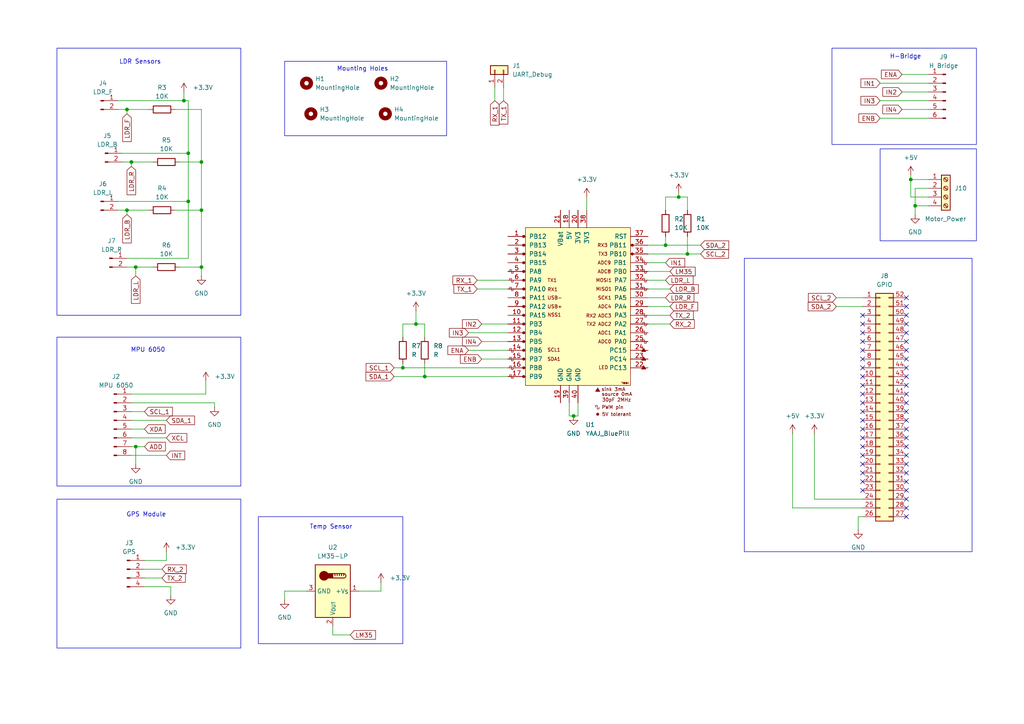
<source format=kicad_sch>
(kicad_sch (version 20231120) (generator "eeschema") (generator_version "8.0")
  (paper "A4")
  (lib_symbols
    (symbol "Connector:Conn_01x02_Pin" (pin_names (offset 1.016) hide)
      (property "Reference" "J" (at 0 2.54 0))
      (property "Value" "Conn_01x02_Pin" (at 0 -5.08 0))
      (symbol "Conn_01x02_Pin_1_1"
        (pin passive line (at 5.08 0 180) (length 3.81) (name "Pin_1") (number "1"))
        (pin passive line (at 5.08 -2.54 180) (length 3.81) (name "Pin_2") (number "2"))
      )
    )
    (symbol "Connector:Conn_01x04_Pin" (pin_names (offset 1.016) hide)
      (property "Reference" "J" (at 0 5.08 0))
      (property "Value" "Conn_01x04_Pin" (at 0 -7.62 0))
      (symbol "Conn_01x04_Pin_1_1"
        (pin passive line (at 5.08 2.54 180) (length 3.81) (name "Pin_1") (number "1"))
        (pin passive line (at 5.08 0 180) (length 3.81) (name "Pin_2") (number "2"))
        (pin passive line (at 5.08 -2.54 180) (length 3.81) (name "Pin_3") (number "3"))
        (pin passive line (at 5.08 -5.08 180) (length 3.81) (name "Pin_4") (number "4"))
      )
    )
    (symbol "Connector:Conn_01x06_Pin" (pin_names (offset 1.016) hide)
      (property "Reference" "J" (at 0 7.62 0))
      (property "Value" "Conn_01x06_Pin" (at 0 -10.16 0))
      (symbol "Conn_01x06_Pin_1_1"
        (pin passive line (at 5.08 5.08 180) (length 3.81) (name "Pin_1") (number "1"))
        (pin passive line (at 5.08 2.54 180) (length 3.81) (name "Pin_2") (number "2"))
        (pin passive line (at 5.08 0 180) (length 3.81) (name "Pin_3") (number "3"))
        (pin passive line (at 5.08 -2.54 180) (length 3.81) (name "Pin_4") (number "4"))
        (pin passive line (at 5.08 -5.08 180) (length 3.81) (name "Pin_5") (number "5"))
        (pin passive line (at 5.08 -7.62 180) (length 3.81) (name "Pin_6") (number "6"))
      )
    )
    (symbol "Connector:Conn_01x08_Pin" (pin_names (offset 1.016) hide)
      (property "Reference" "J" (at 0 10.16 0))
      (property "Value" "Conn_01x08_Pin" (at 0 -12.7 0))
      (symbol "Conn_01x08_Pin_1_1"
        (pin passive line (at 5.08 7.62 180) (length 3.81) (name "Pin_1") (number "1"))
        (pin passive line (at 5.08 5.08 180) (length 3.81) (name "Pin_2") (number "2"))
        (pin passive line (at 5.08 2.54 180) (length 3.81) (name "Pin_3") (number "3"))
        (pin passive line (at 5.08 0 180) (length 3.81) (name "Pin_4") (number "4"))
        (pin passive line (at 5.08 -2.54 180) (length 3.81) (name "Pin_5") (number "5"))
        (pin passive line (at 5.08 -5.08 180) (length 3.81) (name "Pin_6") (number "6"))
        (pin passive line (at 5.08 -7.62 180) (length 3.81) (name "Pin_7") (number "7"))
        (pin passive line (at 5.08 -10.16 180) (length 3.81) (name "Pin_8") (number "8"))
      )
    )
    (symbol "Connector:Screw_Terminal_01x04" (pin_names (offset 1.016) hide)
      (property "Reference" "J" (at 0 5.08 0))
      (property "Value" "Screw_Terminal_01x04" (at 0 -7.62 0))
      (symbol "Screw_Terminal_01x04_1_1"
        (pin passive line (at -5.08 2.54 0) (length 3.81) (name "Pin_1") (number "1"))
        (pin passive line (at -5.08 0 0) (length 3.81) (name "Pin_2") (number "2"))
        (pin passive line (at -5.08 -2.54 0) (length 3.81) (name "Pin_3") (number "3"))
        (pin passive line (at -5.08 -5.08 0) (length 3.81) (name "Pin_4") (number "4"))
      )
    )
    (symbol "Connector_Generic:Conn_01x02" (pin_names (offset 1.016) hide)
      (property "Reference" "J" (at 0 2.54 0))
      (property "Value" "Conn_01x02" (at 0 -5.08 0))
      (symbol "Conn_01x02_1_1"
        (pin passive line (at -5.08 0 0) (length 3.81) (name "Pin_1") (number "1"))
        (pin passive line (at -5.08 -2.54 0) (length 3.81) (name "Pin_2") (number "2"))
      )
    )
    (symbol "Connector_Generic:Conn_02x26_Counter_Clockwise" (pin_names (offset 1.016) hide)
      (property "Reference" "J" (at 1.27 33.02 0))
      (property "Value" "Conn_02x26_Counter_Clockwise" (at 1.27 -35.56 0))
      (symbol "Conn_02x26_Counter_Clockwise_1_1"
        (pin passive line (at -5.08 30.48 0) (length 3.81) (name "Pin_1") (number "1"))
        (pin passive line (at -5.08 7.62 0) (length 3.81) (name "Pin_10") (number "10"))
        (pin passive line (at -5.08 5.08 0) (length 3.81) (name "Pin_11") (number "11"))
        (pin passive line (at -5.08 2.54 0) (length 3.81) (name "Pin_12") (number "12"))
        (pin passive line (at -5.08 0 0) (length 3.81) (name "Pin_13") (number "13"))
        (pin passive line (at -5.08 -2.54 0) (length 3.81) (name "Pin_14") (number "14"))
        (pin passive line (at -5.08 -5.08 0) (length 3.81) (name "Pin_15") (number "15"))
        (pin passive line (at -5.08 -7.62 0) (length 3.81) (name "Pin_16") (number "16"))
        (pin passive line (at -5.08 -10.16 0) (length 3.81) (name "Pin_17") (number "17"))
        (pin passive line (at -5.08 -12.7 0) (length 3.81) (name "Pin_18") (number "18"))
        (pin passive line (at -5.08 -15.24 0) (length 3.81) (name "Pin_19") (number "19"))
        (pin passive line (at -5.08 27.94 0) (length 3.81) (name "Pin_2") (number "2"))
        (pin passive line (at -5.08 -17.78 0) (length 3.81) (name "Pin_20") (number "20"))
        (pin passive line (at -5.08 -20.32 0) (length 3.81) (name "Pin_21") (number "21"))
        (pin passive line (at -5.08 -22.86 0) (length 3.81) (name "Pin_22") (number "22"))
        (pin passive line (at -5.08 -25.4 0) (length 3.81) (name "Pin_23") (number "23"))
        (pin passive line (at -5.08 -27.94 0) (length 3.81) (name "Pin_24") (number "24"))
        (pin passive line (at -5.08 -30.48 0) (length 3.81) (name "Pin_25") (number "25"))
        (pin passive line (at -5.08 -33.02 0) (length 3.81) (name "Pin_26") (number "26"))
        (pin passive line (at 7.62 -33.02 180) (length 3.81) (name "Pin_27") (number "27"))
        (pin passive line (at 7.62 -30.48 180) (length 3.81) (name "Pin_28") (number "28"))
        (pin passive line (at 7.62 -27.94 180) (length 3.81) (name "Pin_29") (number "29"))
        (pin passive line (at -5.08 25.4 0) (length 3.81) (name "Pin_3") (number "3"))
        (pin passive line (at 7.62 -25.4 180) (length 3.81) (name "Pin_30") (number "30"))
        (pin passive line (at 7.62 -22.86 180) (length 3.81) (name "Pin_31") (number "31"))
        (pin passive line (at 7.62 -20.32 180) (length 3.81) (name "Pin_32") (number "32"))
        (pin passive line (at 7.62 -17.78 180) (length 3.81) (name "Pin_33") (number "33"))
        (pin passive line (at 7.62 -15.24 180) (length 3.81) (name "Pin_34") (number "34"))
        (pin passive line (at 7.62 -12.7 180) (length 3.81) (name "Pin_35") (number "35"))
        (pin passive line (at 7.62 -10.16 180) (length 3.81) (name "Pin_36") (number "36"))
        (pin passive line (at 7.62 -7.62 180) (length 3.81) (name "Pin_37") (number "37"))
        (pin passive line (at 7.62 -5.08 180) (length 3.81) (name "Pin_38") (number "38"))
        (pin passive line (at 7.62 -2.54 180) (length 3.81) (name "Pin_39") (number "39"))
        (pin passive line (at -5.08 22.86 0) (length 3.81) (name "Pin_4") (number "4"))
        (pin passive line (at 7.62 0 180) (length 3.81) (name "Pin_40") (number "40"))
        (pin passive line (at 7.62 2.54 180) (length 3.81) (name "Pin_41") (number "41"))
        (pin passive line (at 7.62 5.08 180) (length 3.81) (name "Pin_42") (number "42"))
        (pin passive line (at 7.62 7.62 180) (length 3.81) (name "Pin_43") (number "43"))
        (pin passive line (at 7.62 10.16 180) (length 3.81) (name "Pin_44") (number "44"))
        (pin passive line (at 7.62 12.7 180) (length 3.81) (name "Pin_45") (number "45"))
        (pin passive line (at 7.62 15.24 180) (length 3.81) (name "Pin_46") (number "46"))
        (pin passive line (at 7.62 17.78 180) (length 3.81) (name "Pin_47") (number "47"))
        (pin passive line (at 7.62 20.32 180) (length 3.81) (name "Pin_48") (number "48"))
        (pin passive line (at 7.62 22.86 180) (length 3.81) (name "Pin_49") (number "49"))
        (pin passive line (at -5.08 20.32 0) (length 3.81) (name "Pin_5") (number "5"))
        (pin passive line (at 7.62 25.4 180) (length 3.81) (name "Pin_50") (number "50"))
        (pin passive line (at 7.62 27.94 180) (length 3.81) (name "Pin_51") (number "51"))
        (pin passive line (at 7.62 30.48 180) (length 3.81) (name "Pin_52") (number "52"))
        (pin passive line (at -5.08 17.78 0) (length 3.81) (name "Pin_6") (number "6"))
        (pin passive line (at -5.08 15.24 0) (length 3.81) (name "Pin_7") (number "7"))
        (pin passive line (at -5.08 12.7 0) (length 3.81) (name "Pin_8") (number "8"))
        (pin passive line (at -5.08 10.16 0) (length 3.81) (name "Pin_9") (number "9"))
      )
    )
    (symbol "Device:R" (pin_numbers hide) (pin_names (offset 0))
      (property "Reference" "R" (at 2.032 0 90))
      (property "Value" "R" (at 0 0 90))
      (symbol "R_1_1"
        (pin passive line (at 0 3.81 270) (length 1.27) (name "~") (number "1"))
        (pin passive line (at 0 -3.81 90) (length 1.27) (name "~") (number "2"))
      )
    )
    (symbol "Mechanical:MountingHole" (pin_names (offset 1.016)) (exclude_from_sim yes) (in_bom no)
      (property "Reference" "H" (at 0 5.08 0))
      (property "Value" "MountingHole" (at 0 3.175 0))
    )
    (symbol "New_Library:YAAJ_BluePill" (pin_names (offset 1.016))
      (property "Reference" "U" (at -13.97 24.13 0))
      (property "Value" "YAAJ_BluePill" (at 0 6.35 90))
      (symbol "YAAJ_BluePill_0_0"
        (text "30pF 2MHz" (at 11.176 -27.051 0) (effects (font (size 0.9906 0.9906))))
        (text "5V tolerant" (at 11.176 -31.242 0) (effects (font (size 0.9906 0.9906))))
        (text "ADC0" (at 7.747 -10.16 0) (effects (font (size 0.9906 0.9906))))
        (text "ADC1" (at 7.747 -7.62 0) (effects (font (size 0.9906 0.9906))))
        (text "ADC2" (at 7.747 -5.08 0) (effects (font (size 0.9906 0.9906))))
        (text "ADC3" (at 7.747 -2.667 0) (effects (font (size 0.9906 0.9906))))
        (text "ADC4" (at 7.747 0 0) (effects (font (size 0.9906 0.9906))))
        (text "ADC8" (at 7.62 10.16 0) (effects (font (size 0.9906 0.9906))))
        (text "ADC9" (at 7.62 12.7 0) (effects (font (size 0.9906 0.9906))))
        (text "LED" (at 7.366 -17.653 0) (effects (font (size 0.9906 0.9906))))
        (text "MISO1" (at 7.493 5.08 0) (effects (font (size 0.9906 0.9906))))
        (text "MOSI1" (at 7.493 7.62 0) (effects (font (size 0.9906 0.9906))))
        (text "NSS1" (at -6.858 -2.413 0) (effects (font (size 0.9906 0.9906))))
        (text "PWM pin" (at 10.033 -29.21 0) (effects (font (size 0.9906 0.9906))))
        (text "RX1" (at -7.366 4.953 0) (effects (font (size 0.9906 0.9906))))
        (text "RX2" (at 3.81 -2.667 0) (effects (font (size 0.9906 0.9906))))
        (text "RX3" (at 7.112 17.78 0) (effects (font (size 0.9906 0.9906))))
        (text "SCK1" (at 7.747 2.54 0) (effects (font (size 0.9906 0.9906))))
        (text "SCL1" (at -6.985 -12.573 0) (effects (font (size 0.9906 0.9906))))
        (text "SDA1" (at -6.985 -15.24 0) (effects (font (size 0.9906 0.9906))))
        (text "sink 3mA" (at 10.287 -24.003 0) (effects (font (size 0.9906 0.9906))))
        (text "source 0mA" (at 11.303 -25.4 0) (effects (font (size 0.9906 0.9906))))
        (text "TX1" (at -7.493 7.62 0) (effects (font (size 0.9906 0.9906))))
        (text "TX2" (at 3.81 -5.08 0) (effects (font (size 0.9906 0.9906))))
        (text "TX3" (at 7.239 15.24 0) (effects (font (size 0.9906 0.9906))))
        (text "USB+" (at -6.731 0 0) (effects (font (size 0.9906 0.9906))))
        (text "USB-" (at -6.731 2.54 0) (effects (font (size 0.9906 0.9906))))
        (text "Y@@J" (at 13.6906 -22.1488 0) (effects (font (size 0.508 0.508))))
      )
      (symbol "YAAJ_BluePill_1_1"
        (pin bidirectional line (at -20.32 20.32 0) (length 5.08) (name "PB12") (number "1"))
        (pin bidirectional line (at -20.32 -2.54 0) (length 5.08) (name "PA15") (number "10"))
        (pin bidirectional line (at -20.32 -5.08 0) (length 5.08) (name "PB3") (number "11"))
        (pin bidirectional line (at -20.32 -7.62 0) (length 5.08) (name "PB4") (number "12"))
        (pin bidirectional line (at -20.32 -10.16 0) (length 5.08) (name "PB5") (number "13"))
        (pin bidirectional line (at -20.32 -12.7 0) (length 5.08) (name "PB6") (number "14"))
        (pin bidirectional line (at -20.32 -15.24 0) (length 5.08) (name "PB7") (number "15"))
        (pin bidirectional line (at -20.32 -17.78 0) (length 5.08) (name "PB8") (number "16"))
        (pin bidirectional line (at -20.32 -20.32 0) (length 5.08) (name "PB9") (number "17"))
        (pin power_in line (at -2.54 27.94 270) (length 5.08) (name "5V") (number "18"))
        (pin power_in line (at -5.08 -27.94 90) (length 5.08) (name "GND") (number "19"))
        (pin bidirectional line (at -20.32 17.78 0) (length 5.08) (name "PB13") (number "2"))
        (pin power_in line (at 0 27.94 270) (length 5.08) (name "3V3") (number "20"))
        (pin power_in line (at -5.08 27.94 270) (length 5.08) (name "VBat") (number "21"))
        (pin bidirectional line (at 20.32 -17.78 180) (length 5.08) (name "PC13") (number "22"))
        (pin bidirectional line (at 20.32 -15.24 180) (length 5.08) (name "PC14") (number "23"))
        (pin bidirectional line (at 20.32 -12.7 180) (length 5.08) (name "PC15") (number "24"))
        (pin bidirectional line (at 20.32 -10.16 180) (length 5.08) (name "PA0") (number "25"))
        (pin bidirectional line (at 20.32 -7.62 180) (length 5.08) (name "PA1") (number "26"))
        (pin bidirectional line (at 20.32 -5.08 180) (length 5.08) (name "PA2") (number "27"))
        (pin bidirectional line (at 20.32 -2.54 180) (length 5.08) (name "PA3") (number "28"))
        (pin bidirectional line (at 20.32 0 180) (length 5.08) (name "PA4") (number "29"))
        (pin bidirectional line (at -20.32 15.24 0) (length 5.08) (name "PB14") (number "3"))
        (pin bidirectional line (at 20.32 2.54 180) (length 5.08) (name "PA5") (number "30"))
        (pin bidirectional line (at 20.32 5.08 180) (length 5.08) (name "PA6") (number "31"))
        (pin bidirectional line (at 20.32 7.62 180) (length 5.08) (name "PA7") (number "32"))
        (pin bidirectional line (at 20.32 10.16 180) (length 5.08) (name "PB0") (number "33"))
        (pin bidirectional line (at 20.32 12.7 180) (length 5.08) (name "PB1") (number "34"))
        (pin bidirectional line (at 20.32 15.24 180) (length 5.08) (name "PB10") (number "35"))
        (pin bidirectional line (at 20.32 17.78 180) (length 5.08) (name "PB11") (number "36"))
        (pin input line (at 20.32 20.32 180) (length 5.08) (name "RST") (number "37"))
        (pin power_in line (at 2.54 27.94 270) (length 5.08) (name "3V3") (number "38"))
        (pin power_in line (at -2.54 -27.94 90) (length 5.08) (name "GND") (number "39"))
        (pin bidirectional line (at -20.32 12.7 0) (length 5.08) (name "PB15") (number "4"))
        (pin power_in line (at 0 -27.94 90) (length 5.08) (name "GND") (number "40"))
        (pin bidirectional line (at -20.32 10.16 0) (length 5.08) (name "PA8") (number "5"))
        (pin bidirectional line (at -20.32 7.62 0) (length 5.08) (name "PA9") (number "6"))
        (pin bidirectional line (at -20.32 5.08 0) (length 5.08) (name "PA10") (number "7"))
        (pin bidirectional line (at -20.32 2.54 0) (length 5.08) (name "PA11") (number "8"))
        (pin bidirectional line (at -20.32 0 0) (length 5.08) (name "PA12") (number "9"))
      )
    )
    (symbol "Sensor_Temperature:LM35-LP"
      (property "Reference" "U" (at -6.35 6.35 0))
      (property "Value" "LM35-LP" (at 1.27 6.35 0))
      (symbol "LM35-LP_1_1"
        (pin power_in line (at 0 7.62 270) (length 2.54) (name "+V_{S}") (number "1"))
        (pin output line (at 10.16 0 180) (length 2.54) (name "V_{OUT}") (number "2"))
        (pin power_in line (at 0 -7.62 90) (length 2.54) (name "GND") (number "3"))
      )
    )
    (symbol "power:+3.3V" (power) (pin_numbers hide) (pin_names (offset 0) hide)
      (property "Value" "+3.3V" (at 0 3.556 0))
      (symbol "+3.3V_1_1"
        (pin power_in line (at 0 0 90) (length 0) (name "~") (number "1"))
      )
    )
    (symbol "power:+5V" (power) (pin_numbers hide) (pin_names (offset 0) hide)
      (property "Value" "+5V" (at 0 3.556 0))
      (symbol "+5V_1_1"
        (pin power_in line (at 0 0 90) (length 0) (name "~") (number "1"))
      )
    )
    (symbol "power:GND" (power) (pin_numbers hide) (pin_names (offset 0) hide)
      (property "Value" "GND" (at 0 -3.81 0))
      (symbol "GND_1_1"
        (pin power_in line (at 0 0 270) (length 0) (name "~") (number "1"))
      )
    )
  )
  (junction (at 54.61 44.45))
  (junction (at 123.19 109.22))
  (junction (at 265.43 59.69))
  (junction (at 53.34 29.21))
  (junction (at 36.83 60.96))
  (junction (at 166.37 120.65))
  (junction (at 264.16 52.07))
  (junction (at 38.1 46.99))
  (junction (at 116.84 106.68))
  (junction (at 39.37 77.47))
  (junction (at 199.39 73.66))
  (junction (at 196.85 57.15))
  (junction (at 120.65 93.98))
  (junction (at 193.04 71.12))
  (junction (at 39.37 129.54))
  (junction (at 58.42 46.99))
  (junction (at 36.83 31.75))
  (junction (at 58.42 77.47))
  (junction (at 54.61 58.42))
  (junction (at 58.42 60.96))
  (no_connect (at 262.89 137.16))
  (no_connect (at 250.19 119.38))
  (no_connect (at 250.19 129.54))
  (no_connect (at 262.89 121.92))
  (no_connect (at 250.19 124.46))
  (no_connect (at 250.19 101.6))
  (no_connect (at 262.89 93.98))
  (no_connect (at 250.19 104.14))
  (no_connect (at 262.89 99.06))
  (no_connect (at 250.19 121.92))
  (no_connect (at 262.89 139.7))
  (no_connect (at 250.19 137.16))
  (no_connect (at 250.19 111.76))
  (no_connect (at 250.19 116.84))
  (no_connect (at 250.19 106.68))
  (no_connect (at 262.89 104.14))
  (no_connect (at 262.89 114.3))
  (no_connect (at 250.19 96.52))
  (no_connect (at 250.19 132.08))
  (no_connect (at 250.19 142.24))
  (no_connect (at 262.89 111.76))
  (no_connect (at 250.19 99.06))
  (no_connect (at 262.89 96.52))
  (no_connect (at 250.19 91.44))
  (no_connect (at 262.89 147.32))
  (no_connect (at 262.89 142.24))
  (no_connect (at 262.89 132.08))
  (no_connect (at 250.19 93.98))
  (no_connect (at 262.89 124.46))
  (no_connect (at 262.89 88.9))
  (no_connect (at 250.19 127))
  (no_connect (at 262.89 106.68))
  (no_connect (at 262.89 109.22))
  (no_connect (at 250.19 109.22))
  (no_connect (at 262.89 119.38))
  (no_connect (at 262.89 86.36))
  (no_connect (at 262.89 134.62))
  (no_connect (at 262.89 129.54))
  (no_connect (at 262.89 144.78))
  (no_connect (at 250.19 134.62))
  (no_connect (at 262.89 149.86))
  (no_connect (at 250.19 139.7))
  (no_connect (at 262.89 101.6))
  (no_connect (at 262.89 91.44))
  (no_connect (at 262.89 116.84))
  (no_connect (at 250.19 114.3))
  (no_connect (at 262.89 127))
  (wire (pts (xy 265.43 59.69) (xy 269.24 59.69)))
  (wire (pts (xy 167.64 120.65) (xy 167.64 116.84)))
  (wire (pts (xy 38.1 129.54) (xy 39.37 129.54)))
  (wire (pts (xy 248.92 149.86) (xy 248.92 153.67)))
  (wire (pts (xy 194.31 78.74) (xy 187.96 78.74)))
  (wire (pts (xy 36.83 60.96) (xy 36.83 62.23)))
  (wire (pts (xy 120.65 90.17) (xy 120.65 93.98)))
  (wire (pts (xy 116.84 93.98) (xy 120.65 93.98)))
  (wire (pts (xy 255.27 24.13) (xy 269.24 24.13)))
  (wire (pts (xy 261.62 31.75) (xy 269.24 31.75)))
  (wire (pts (xy 38.1 46.99) (xy 44.45 46.99)))
  (wire (pts (xy 54.61 44.45) (xy 54.61 29.21)))
  (wire (pts (xy 38.1 119.38) (xy 41.91 119.38)))
  (wire (pts (xy 38.1 124.46) (xy 41.91 124.46)))
  (wire (pts (xy 36.83 31.75) (xy 36.83 33.02)))
  (wire (pts (xy 193.04 68.58) (xy 193.04 71.12)))
  (wire (pts (xy 88.9 171.45) (xy 82.55 171.45)))
  (wire (pts (xy 116.84 106.68) (xy 147.32 106.68)))
  (wire (pts (xy 114.3 106.68) (xy 116.84 106.68)))
  (wire (pts (xy 34.29 60.96) (xy 36.83 60.96)))
  (wire (pts (xy 116.84 97.79) (xy 116.84 93.98)))
  (wire (pts (xy 120.65 93.98) (xy 123.19 93.98)))
  (wire (pts (xy 269.24 57.15) (xy 264.16 57.15)))
  (wire (pts (xy 196.85 55.88) (xy 196.85 57.15)))
  (wire (pts (xy 50.8 31.75) (xy 58.42 31.75)))
  (wire (pts (xy 166.37 120.65) (xy 167.64 120.65)))
  (wire (pts (xy 265.43 59.69) (xy 265.43 62.23)))
  (wire (pts (xy 165.1 120.65) (xy 166.37 120.65)))
  (wire (pts (xy 114.3 109.22) (xy 123.19 109.22)))
  (wire (pts (xy 170.18 57.15) (xy 170.18 60.96)))
  (wire (pts (xy 50.8 60.96) (xy 58.42 60.96)))
  (wire (pts (xy 38.1 46.99) (xy 38.1 48.26)))
  (wire (pts (xy 110.49 171.45) (xy 110.49 168.91)))
  (wire (pts (xy 123.19 109.22) (xy 147.32 109.22)))
  (wire (pts (xy 187.96 91.44) (xy 194.31 91.44)))
  (wire (pts (xy 123.19 105.41) (xy 123.19 109.22)))
  (wire (pts (xy 49.53 170.18) (xy 49.53 172.72)))
  (wire (pts (xy 58.42 77.47) (xy 58.42 80.01)))
  (wire (pts (xy 41.91 162.56) (xy 48.26 162.56)))
  (wire (pts (xy 135.89 101.6) (xy 147.32 101.6)))
  (wire (pts (xy 38.1 127) (xy 48.26 127)))
  (wire (pts (xy 193.04 71.12) (xy 203.2 71.12)))
  (wire (pts (xy 34.29 58.42) (xy 54.61 58.42)))
  (wire (pts (xy 199.39 73.66) (xy 203.2 73.66)))
  (wire (pts (xy 143.51 25.4) (xy 143.51 29.21)))
  (wire (pts (xy 147.32 81.28) (xy 138.43 81.28)))
  (wire (pts (xy 250.19 147.32) (xy 229.87 147.32)))
  (wire (pts (xy 147.32 83.82) (xy 138.43 83.82)))
  (wire (pts (xy 58.42 60.96) (xy 58.42 77.47)))
  (wire (pts (xy 187.96 86.36) (xy 193.04 86.36)))
  (wire (pts (xy 52.07 77.47) (xy 58.42 77.47)))
  (wire (pts (xy 101.6 184.15) (xy 96.52 184.15)))
  (wire (pts (xy 242.57 86.36) (xy 250.19 86.36)))
  (wire (pts (xy 38.1 116.84) (xy 62.23 116.84)))
  (wire (pts (xy 261.62 26.67) (xy 269.24 26.67)))
  (wire (pts (xy 104.14 171.45) (xy 110.49 171.45)))
  (wire (pts (xy 193.04 57.15) (xy 193.04 60.96)))
  (wire (pts (xy 38.1 132.08) (xy 48.26 132.08)))
  (wire (pts (xy 146.05 25.4) (xy 146.05 29.21)))
  (wire (pts (xy 38.1 114.3) (xy 59.69 114.3)))
  (wire (pts (xy 139.7 99.06) (xy 147.32 99.06)))
  (wire (pts (xy 54.61 58.42) (xy 54.61 44.45)))
  (wire (pts (xy 255.27 34.29) (xy 269.24 34.29)))
  (wire (pts (xy 187.96 88.9) (xy 194.31 88.9)))
  (wire (pts (xy 199.39 68.58) (xy 199.39 73.66)))
  (wire (pts (xy 36.83 31.75) (xy 43.18 31.75)))
  (wire (pts (xy 264.16 57.15) (xy 264.16 52.07)))
  (wire (pts (xy 41.91 165.1) (xy 46.99 165.1)))
  (wire (pts (xy 34.29 29.21) (xy 53.34 29.21)))
  (wire (pts (xy 96.52 184.15) (xy 96.52 181.61)))
  (wire (pts (xy 250.19 144.78) (xy 236.22 144.78)))
  (wire (pts (xy 59.69 114.3) (xy 59.69 110.49)))
  (wire (pts (xy 52.07 46.99) (xy 58.42 46.99)))
  (wire (pts (xy 135.89 96.52) (xy 147.32 96.52)))
  (wire (pts (xy 34.29 31.75) (xy 36.83 31.75)))
  (wire (pts (xy 39.37 77.47) (xy 44.45 77.47)))
  (wire (pts (xy 39.37 80.01) (xy 39.37 77.47)))
  (wire (pts (xy 39.37 129.54) (xy 41.91 129.54)))
  (wire (pts (xy 82.55 171.45) (xy 82.55 173.99)))
  (wire (pts (xy 36.83 60.96) (xy 43.18 60.96)))
  (wire (pts (xy 116.84 105.41) (xy 116.84 106.68)))
  (wire (pts (xy 165.1 116.84) (xy 165.1 120.65)))
  (wire (pts (xy 41.91 170.18) (xy 49.53 170.18)))
  (wire (pts (xy 264.16 52.07) (xy 269.24 52.07)))
  (wire (pts (xy 62.23 116.84) (xy 62.23 118.11)))
  (wire (pts (xy 139.7 93.98) (xy 147.32 93.98)))
  (wire (pts (xy 36.83 77.47) (xy 39.37 77.47)))
  (wire (pts (xy 39.37 129.54) (xy 39.37 134.62)))
  (wire (pts (xy 187.96 76.2) (xy 193.04 76.2)))
  (wire (pts (xy 35.56 46.99) (xy 38.1 46.99)))
  (wire (pts (xy 261.62 21.59) (xy 269.24 21.59)))
  (wire (pts (xy 123.19 93.98) (xy 123.19 97.79)))
  (wire (pts (xy 54.61 29.21) (xy 53.34 29.21)))
  (wire (pts (xy 265.43 54.61) (xy 265.43 59.69)))
  (wire (pts (xy 248.92 149.86) (xy 250.19 149.86)))
  (wire (pts (xy 196.85 57.15) (xy 199.39 57.15)))
  (wire (pts (xy 229.87 125.73) (xy 229.87 147.32)))
  (wire (pts (xy 264.16 50.8) (xy 264.16 52.07)))
  (wire (pts (xy 58.42 46.99) (xy 58.42 60.96)))
  (wire (pts (xy 269.24 54.61) (xy 265.43 54.61)))
  (wire (pts (xy 199.39 57.15) (xy 199.39 60.96)))
  (wire (pts (xy 187.96 93.98) (xy 194.31 93.98)))
  (wire (pts (xy 54.61 74.93) (xy 54.61 58.42)))
  (wire (pts (xy 35.56 44.45) (xy 54.61 44.45)))
  (wire (pts (xy 41.91 167.64) (xy 46.99 167.64)))
  (wire (pts (xy 255.27 29.21) (xy 269.24 29.21)))
  (wire (pts (xy 187.96 71.12) (xy 193.04 71.12)))
  (wire (pts (xy 236.22 125.73) (xy 236.22 144.78)))
  (wire (pts (xy 193.04 57.15) (xy 196.85 57.15)))
  (wire (pts (xy 187.96 83.82) (xy 194.31 83.82)))
  (wire (pts (xy 187.96 81.28) (xy 193.04 81.28)))
  (wire (pts (xy 187.96 73.66) (xy 199.39 73.66)))
  (wire (pts (xy 53.34 29.21) (xy 53.34 26.67)))
  (wire (pts (xy 48.26 162.56) (xy 48.26 160.02)))
  (wire (pts (xy 58.42 31.75) (xy 58.42 46.99)))
  (wire (pts (xy 139.7 104.14) (xy 147.32 104.14)))
  (wire (pts (xy 242.57 88.9) (xy 250.19 88.9)))
  (wire (pts (xy 38.1 121.92) (xy 48.26 121.92)))
  (wire (pts (xy 36.83 74.93) (xy 54.61 74.93)))
  (rectangle (start 241.3 13.97) (end 283.21 41.91))
  (rectangle (start 215.9 74.93) (end 281.94 160.02))
  (rectangle (start 82.55 17.78) (end 129.54 39.37))
  (rectangle (start 74.93 149.86) (end 116.84 186.69))
  (rectangle (start 16.51 13.97) (end 69.85 91.44))
  (rectangle (start 255.27 43.18) (end 283.21 69.85))
  (rectangle (start 16.51 144.78) (end 69.85 187.96))
  (rectangle (start 16.51 97.79) (end 69.85 140.97))
  (text "GPS Module\n" (at 42.418 149.352 0) (effects (font (size 1.27 1.27))))
  (text "LDR Sensors" (at 40.64 18.034 0) (effects (font (size 1.27 1.27))))
  (text "Mounting Holes\n" (at 105.156 20.066 0) (effects (font (size 1.27 1.27))))
  (text "Temp Sensor" (at 96.012 152.908 0) (effects (font (size 1.27 1.27))))
  (text "H-Bridge\n" (at 262.636 16.51 0) (effects (font (size 1.27 1.27))))
  (text "MPU 6050\n" (at 42.926 101.6 0) (effects (font (size 1.27 1.27))))
  (global_label "ENB" (shape input) (at 255.27 34.29 180) (property "Intersheetrefs" "${INTERSHEET_REFS}" (effects (hide yes))))
  (global_label "LDR_L" (shape input) (at 39.37 80.01 270) (property "Intersheetrefs" "${INTERSHEET_REFS}" (effects (hide yes))))
  (global_label "LDR_R" (shape input) (at 38.1 48.26 270) (property "Intersheetrefs" "${INTERSHEET_REFS}" (effects (hide yes))))
  (global_label "LDR_B" (shape input) (at 36.83 62.23 270) (property "Intersheetrefs" "${INTERSHEET_REFS}" (effects (hide yes))))
  (global_label "IN2" (shape input) (at 261.62 26.67 180) (property "Intersheetrefs" "${INTERSHEET_REFS}" (effects (hide yes))))
  (global_label "RX_1" (shape input) (at 143.51 29.21 270) (property "Intersheetrefs" "${INTERSHEET_REFS}" (effects (hide yes))))
  (global_label "SDA_2" (shape input) (at 203.2 71.12 0) (property "Intersheetrefs" "${INTERSHEET_REFS}" (effects (hide yes))))
  (global_label "IN3" (shape input) (at 135.89 96.52 180) (property "Intersheetrefs" "${INTERSHEET_REFS}" (effects (hide yes))))
  (global_label "IN1" (shape input) (at 255.27 24.13 180) (property "Intersheetrefs" "${INTERSHEET_REFS}" (effects (hide yes))))
  (global_label "IN1" (shape input) (at 193.04 76.2 0) (property "Intersheetrefs" "${INTERSHEET_REFS}" (effects (hide yes))))
  (global_label "LM35" (shape input) (at 101.6 184.15 0) (property "Intersheetrefs" "${INTERSHEET_REFS}" (effects (hide yes))))
  (global_label "TX_1" (shape input) (at 146.05 29.21 270) (property "Intersheetrefs" "${INTERSHEET_REFS}" (effects (hide yes))))
  (global_label "IN4" (shape input) (at 261.62 31.75 180) (property "Intersheetrefs" "${INTERSHEET_REFS}" (effects (hide yes))))
  (global_label "SCL_2" (shape input) (at 203.2 73.66 0) (property "Intersheetrefs" "${INTERSHEET_REFS}" (effects (hide yes))))
  (global_label "LDR_F" (shape input) (at 36.83 33.02 270) (property "Intersheetrefs" "${INTERSHEET_REFS}" (effects (hide yes))))
  (global_label "ADD" (shape input) (at 41.91 129.54 0) (property "Intersheetrefs" "${INTERSHEET_REFS}" (effects (hide yes))))
  (global_label "IN3" (shape input) (at 255.27 29.21 180) (property "Intersheetrefs" "${INTERSHEET_REFS}" (effects (hide yes))))
  (global_label "RX_2" (shape input) (at 194.31 93.98 0) (property "Intersheetrefs" "${INTERSHEET_REFS}" (effects (hide yes))))
  (global_label "SCL_1" (shape input) (at 41.91 119.38 0) (property "Intersheetrefs" "${INTERSHEET_REFS}" (effects (hide yes))))
  (global_label "LDR_F" (shape input) (at 194.31 88.9 0) (property "Intersheetrefs" "${INTERSHEET_REFS}" (effects (hide yes))))
  (global_label "RX_2" (shape input) (at 46.99 165.1 0) (property "Intersheetrefs" "${INTERSHEET_REFS}" (effects (hide yes))))
  (global_label "RX_1" (shape input) (at 138.43 81.28 180) (property "Intersheetrefs" "${INTERSHEET_REFS}" (effects (hide yes))))
  (global_label "TX_1" (shape input) (at 138.43 83.82 180) (property "Intersheetrefs" "${INTERSHEET_REFS}" (effects (hide yes))))
  (global_label "ENA" (shape input) (at 135.89 101.6 180) (property "Intersheetrefs" "${INTERSHEET_REFS}" (effects (hide yes))))
  (global_label "INT" (shape input) (at 48.26 132.08 0) (property "Intersheetrefs" "${INTERSHEET_REFS}" (effects (hide yes))))
  (global_label "TX_2" (shape input) (at 194.31 91.44 0) (property "Intersheetrefs" "${INTERSHEET_REFS}" (effects (hide yes))))
  (global_label "LDR_L" (shape input) (at 193.04 81.28 0) (property "Intersheetrefs" "${INTERSHEET_REFS}" (effects (hide yes))))
  (global_label "SDA_1" (shape input) (at 114.3 109.22 180) (property "Intersheetrefs" "${INTERSHEET_REFS}" (effects (hide yes))))
  (global_label "LM35" (shape input) (at 194.31 78.74 0) (property "Intersheetrefs" "${INTERSHEET_REFS}" (effects (hide yes))))
  (global_label "LDR_R" (shape input) (at 193.04 86.36 0) (property "Intersheetrefs" "${INTERSHEET_REFS}" (effects (hide yes))))
  (global_label "SDA_2" (shape input) (at 242.57 88.9 180) (property "Intersheetrefs" "${INTERSHEET_REFS}" (effects (hide yes))))
  (global_label "IN4" (shape input) (at 139.7 99.06 180) (property "Intersheetrefs" "${INTERSHEET_REFS}" (effects (hide yes))))
  (global_label "XCL" (shape input) (at 48.26 127 0) (property "Intersheetrefs" "${INTERSHEET_REFS}" (effects (hide yes))))
  (global_label "LDR_B" (shape input) (at 194.31 83.82 0) (property "Intersheetrefs" "${INTERSHEET_REFS}" (effects (hide yes))))
  (global_label "TX_2" (shape input) (at 46.99 167.64 0) (property "Intersheetrefs" "${INTERSHEET_REFS}" (effects (hide yes))))
  (global_label "SDA_1" (shape input) (at 48.26 121.92 0) (property "Intersheetrefs" "${INTERSHEET_REFS}" (effects (hide yes))))
  (global_label "IN2" (shape input) (at 139.7 93.98 180) (property "Intersheetrefs" "${INTERSHEET_REFS}" (effects (hide yes))))
  (global_label "SCL_1" (shape input) (at 114.3 106.68 180) (property "Intersheetrefs" "${INTERSHEET_REFS}" (effects (hide yes))))
  (global_label "SCL_2" (shape input) (at 242.57 86.36 180) (property "Intersheetrefs" "${INTERSHEET_REFS}" (effects (hide yes))))
  (global_label "ENA" (shape input) (at 261.62 21.59 180) (property "Intersheetrefs" "${INTERSHEET_REFS}" (effects (hide yes))))
  (global_label "ENB" (shape input) (at 139.7 104.14 180) (property "Intersheetrefs" "${INTERSHEET_REFS}" (effects (hide yes))))
  (global_label "XDA" (shape input) (at 41.91 124.46 0) (property "Intersheetrefs" "${INTERSHEET_REFS}" (effects (hide yes))))
  (symbol (lib_id "Device:R") (at 199.39 64.77 0) (unit 1)
    (property "Reference" "R1" (at 201.93 63.4999 0) (effects (justify left)))
    (property "Value" "10K" (at 201.93 66.0399 0) (effects (justify left)))
    (property "Footprint" "Resistor_THT:R_Axial_DIN0204_L3.6mm_D1.6mm_P5.08mm_Horizontal" (effects (hide yes)))
    (property "Description" "Resistor" (effects (hide yes)))
  )
  (symbol (lib_id "power:GND") (at 265.43 62.23 0) (unit 1)
    (property "Reference" "#PWR018" (effects (hide yes)))
    (property "Value" "GND" (at 265.43 67.31 0))
    (property "Description" "Power symbol creates a global label with name \"GND\" , ground" (effects (hide yes)))
  )
  (symbol (lib_id "power:+3.3V") (at 120.65 90.17 0) (unit 1)
    (property "Reference" "#PWR012" (effects (hide yes)))
    (property "Value" "+3.3V" (at 120.65 85.09 0))
    (property "Description" "Power symbol creates a global label with name \"+3.3V\"" (effects (hide yes)))
  )
  (symbol (lib_id "power:+5V") (at 59.69 110.49 0) (unit 1)
    (property "Reference" "#PWR03" (effects (hide yes)))
    (property "Value" "+3.3V" (at 62.23 109.2199 0) (effects (justify left)))
    (property "Description" "Power symbol creates a global label with name \"+5V\"" (effects (hide yes)))
  )
  (symbol (lib_id "Mechanical:MountingHole") (at 111.76 33.02 0) (unit 1) (exclude_from_sim yes) (in_bom no)
    (property "Reference" "H4" (at 114.3 31.7499 0) (effects (justify left)))
    (property "Value" "MountingHole" (at 114.3 34.2899 0) (effects (justify left)))
    (property "Footprint" "MountingHole:MountingHole_3.2mm_M3_ISO14580" (effects (hide yes)))
    (property "Description" "Mounting Hole without connection" (effects (hide yes)))
  )
  (symbol (lib_id "power:+5V") (at 264.16 50.8 0) (unit 1)
    (property "Reference" "#PWR016" (effects (hide yes)))
    (property "Value" "+5V" (at 264.16 45.72 0))
    (property "Description" "Power symbol creates a global label with name \"+5V\"" (effects (hide yes)))
  )
  (symbol (lib_id "power:GND") (at 248.92 153.67 0) (unit 1)
    (property "Reference" "#PWR017" (effects (hide yes)))
    (property "Value" "GND" (at 248.92 158.75 0))
    (property "Description" "Power symbol creates a global label with name \"GND\" , ground" (effects (hide yes)))
  )
  (symbol (lib_id "power:GND") (at 49.53 172.72 0) (unit 1)
    (property "Reference" "#PWR06" (effects (hide yes)))
    (property "Value" "GND" (at 49.53 177.8 0))
    (property "Description" "Power symbol creates a global label with name \"GND\" , ground" (effects (hide yes)))
  )
  (symbol (lib_id "Device:R") (at 48.26 46.99 90) (unit 1)
    (property "Reference" "R5" (at 48.26 40.64 90))
    (property "Value" "10K" (at 48.26 43.18 90))
    (property "Footprint" "Resistor_THT:R_Axial_DIN0204_L3.6mm_D1.6mm_P5.08mm_Horizontal" (effects (hide yes)))
    (property "Description" "Resistor" (effects (hide yes)))
  )
  (symbol (lib_id "Mechanical:MountingHole") (at 88.9 24.13 0) (unit 1) (exclude_from_sim yes) (in_bom no)
    (property "Reference" "H1" (at 91.44 22.8599 0) (effects (justify left)))
    (property "Value" "MountingHole" (at 91.44 25.3999 0) (effects (justify left)))
    (property "Footprint" "MountingHole:MountingHole_3.2mm_M3_ISO14580" (effects (hide yes)))
    (property "Description" "Mounting Hole without connection" (effects (hide yes)))
  )
  (symbol (lib_id "Connector:Conn_01x02_Pin") (at 31.75 74.93 0) (unit 1)
    (property "Reference" "J7" (at 32.385 69.85 0))
    (property "Value" "LDR_R" (at 32.385 72.39 0))
    (property "Footprint" "PinHeader_1x02_P2.54mm_Vertical" (effects (hide yes)))
    (property "Description" "Generic connector, single row, 01x02, script generated" (effects (hide yes)))
  )
  (symbol (lib_id "Device:R") (at 193.04 64.77 0) (unit 1)
    (property "Reference" "R2" (at 195.58 63.4999 0) (effects (justify left)))
    (property "Value" "10K" (at 195.58 66.0399 0) (effects (justify left)))
    (property "Footprint" "Resistor_THT:R_Axial_DIN0204_L3.6mm_D1.6mm_P5.08mm_Horizontal" (effects (hide yes)))
    (property "Description" "Resistor" (effects (hide yes)))
  )
  (symbol (lib_id "power:GND") (at 39.37 134.62 0) (unit 1)
    (property "Reference" "#PWR010" (effects (hide yes)))
    (property "Value" "GND" (at 39.37 139.7 0))
    (property "Description" "Power symbol creates a global label with name \"GND\" , ground" (effects (hide yes)))
  )
  (symbol (lib_id "New_Library:YAAJ_BluePill") (at 167.64 88.9 0) (unit 1)
    (property "Reference" "U1" (at 169.8341 123.19 0) (effects (justify left)))
    (property "Value" "YAAJ_BluePill" (at 169.8341 125.73 0) (effects (justify left)))
    (property "Footprint" "Footprints:YAAJ_BluePill_1" (effects (hide yes)))
  )
  (symbol (lib_id "Device:R") (at 46.99 60.96 90) (unit 1)
    (property "Reference" "R4" (at 46.99 54.61 90))
    (property "Value" "10K" (at 46.99 57.15 90))
    (property "Footprint" "Resistor_THT:R_Axial_DIN0204_L3.6mm_D1.6mm_P5.08mm_Horizontal" (effects (hide yes)))
    (property "Description" "Resistor" (effects (hide yes)))
  )
  (symbol (lib_id "Device:R") (at 116.84 101.6 0) (unit 1)
    (property "Reference" "R7" (at 119.38 100.3299 0) (effects (justify left)))
    (property "Value" "R" (at 119.38 102.8699 0) (effects (justify left)))
    (property "Footprint" "Resistor_THT:R_Axial_DIN0204_L3.6mm_D1.6mm_P5.08mm_Horizontal" (effects (hide yes)))
    (property "Description" "Resistor" (effects (hide yes)))
  )
  (symbol (lib_id "Connector_Generic:Conn_02x26_Counter_Clockwise") (at 255.27 116.84 0) (unit 1)
    (property "Reference" "J8" (at 256.54 80.01 0))
    (property "Value" "GPIO" (at 256.54 82.55 0))
    (property "Footprint" "Connector_PinHeader_2.54mm:PinHeader_2x26_P2.54mm_Vertical" (effects (hide yes)))
    (property "Description" "Generic connector, double row, 02x26, counter clockwise pin numbering scheme (similar to DIP package numbering), script generated (kicad-library-utils/schlib/autogen/connector/)" (effects (hide yes)))
  )
  (symbol (lib_id "Connector:Conn_01x04_Pin") (at 36.83 165.1 0) (unit 1)
    (property "Reference" "J3" (at 37.465 157.48 0))
    (property "Value" "GPS" (at 37.465 160.02 0))
    (property "Footprint" "Connector_PinHeader_2.54mm:PinHeader_1x04_P2.54mm_Vertical" (effects (hide yes)))
    (property "Description" "Generic connector, single row, 01x04, script generated" (effects (hide yes)))
  )
  (symbol (lib_id "Connector:Conn_01x02_Pin") (at 29.21 58.42 0) (unit 1)
    (property "Reference" "J6" (at 29.845 53.34 0))
    (property "Value" "LDR_L" (at 29.845 55.88 0))
    (property "Footprint" "PinHeader_1x02_P2.54mm_Vertical" (effects (hide yes)))
    (property "Description" "Generic connector, single row, 01x02, script generated" (effects (hide yes)))
  )
  (symbol (lib_id "Device:R") (at 46.99 31.75 90) (unit 1)
    (property "Reference" "R3" (at 46.99 25.4 90))
    (property "Value" "10K" (at 46.99 27.94 90))
    (property "Footprint" "Resistor_THT:R_Axial_DIN0204_L3.6mm_D1.6mm_P5.08mm_Horizontal" (effects (hide yes)))
    (property "Description" "Resistor" (effects (hide yes)))
  )
  (symbol (lib_id "power:+5V") (at 53.34 26.67 0) (unit 1)
    (property "Reference" "#PWR02" (effects (hide yes)))
    (property "Value" "+3.3V" (at 55.88 25.3999 0) (effects (justify left)))
    (property "Description" "Power symbol creates a global label with name \"+5V\"" (effects (hide yes)))
  )
  (symbol (lib_id "power:+3.3V") (at 170.18 57.15 0) (unit 1)
    (property "Reference" "#PWR011" (effects (hide yes)))
    (property "Value" "+3.3V" (at 170.18 52.07 0))
    (property "Description" "Power symbol creates a global label with name \"+3.3V\"" (effects (hide yes)))
  )
  (symbol (lib_id "power:+3.3V") (at 196.85 55.88 0) (unit 1)
    (property "Reference" "#PWR09" (effects (hide yes)))
    (property "Value" "+3.3V" (at 196.85 50.8 0))
    (property "Description" "Power symbol creates a global label with name \"+3.3V\"" (effects (hide yes)))
  )
  (symbol (lib_id "power:GND") (at 82.55 173.99 0) (unit 1)
    (property "Reference" "#PWR07" (effects (hide yes)))
    (property "Value" "GND" (at 82.55 179.07 0))
    (property "Description" "Power symbol creates a global label with name \"GND\" , ground" (effects (hide yes)))
  )
  (symbol (lib_id "Connector:Screw_Terminal_01x04") (at 274.32 54.61 0) (unit 1)
    (property "Reference" "J10" (at 276.86 54.6099 0) (effects (justify left)))
    (property "Value" "Motor_Power" (at 268.224 63.5 0) (effects (justify left)))
    (property "Footprint" "TerminalBlock:TerminalBlock_MaiXu_MX126-5.0-04P_1x04_P5.00mm" (effects (hide yes)))
    (property "Description" "Generic screw terminal, single row, 01x04, script generated (kicad-library-utils/schlib/autogen/connector/)" (effects (hide yes)))
  )
  (symbol (lib_id "power:GND") (at 62.23 118.11 0) (unit 1)
    (property "Reference" "#PWR04" (effects (hide yes)))
    (property "Value" "GND" (at 62.23 123.19 0))
    (property "Description" "Power symbol creates a global label with name \"GND\" , ground" (effects (hide yes)))
  )
  (symbol (lib_id "Connector_Generic:Conn_01x02") (at 143.51 20.32 90) (unit 1)
    (property "Reference" "J1" (at 148.59 19.0499 90) (effects (justify right)))
    (property "Value" "UART_Debug" (at 148.59 21.5899 90) (effects (justify right)))
    (property "Footprint" "Connector_JST:JST_EH_B2B-EH-A_1x02_P2.50mm_Vertical" (effects (hide yes)))
    (property "Description" "Generic connector, single row, 01x02, script generated (kicad-library-utils/schlib/autogen/connector/)" (effects (hide yes)))
  )
  (symbol (lib_id "power:+5V") (at 48.26 160.02 0) (unit 1)
    (property "Reference" "#PWR05" (effects (hide yes)))
    (property "Value" "+3.3V" (at 50.8 158.7499 0) (effects (justify left)))
    (property "Description" "Power symbol creates a global label with name \"+5V\"" (effects (hide yes)))
  )
  (symbol (lib_id "Connector:Conn_01x02_Pin") (at 30.48 44.45 0) (unit 1)
    (property "Reference" "J5" (at 31.115 39.37 0))
    (property "Value" "LDR_B" (at 31.115 41.91 0))
    (property "Footprint" "PinHeader_1x02_P2.54mm_Vertical" (effects (hide yes)))
    (property "Description" "Generic connector, single row, 01x02, script generated" (effects (hide yes)))
  )
  (symbol (lib_id "Device:R") (at 123.19 101.6 0) (unit 1)
    (property "Reference" "R8" (at 125.73 100.3299 0) (effects (justify left)))
    (property "Value" "R" (at 125.73 102.8699 0) (effects (justify left)))
    (property "Footprint" "Resistor_THT:R_Axial_DIN0204_L3.6mm_D1.6mm_P5.08mm_Horizontal" (effects (hide yes)))
    (property "Description" "Resistor" (effects (hide yes)))
  )
  (symbol (lib_id "power:+5V") (at 110.49 168.91 0) (unit 1)
    (property "Reference" "#PWR08" (effects (hide yes)))
    (property "Value" "+3.3V" (at 113.03 167.6399 0) (effects (justify left)))
    (property "Description" "Power symbol creates a global label with name \"+5V\"" (effects (hide yes)))
  )
  (symbol (lib_id "Device:R") (at 48.26 77.47 90) (unit 1)
    (property "Reference" "R6" (at 48.26 71.12 90))
    (property "Value" "10K" (at 48.26 73.66 90))
    (property "Footprint" "Resistor_THT:R_Axial_DIN0204_L3.6mm_D1.6mm_P5.08mm_Horizontal" (effects (hide yes)))
    (property "Description" "Resistor" (effects (hide yes)))
  )
  (symbol (lib_id "Connector:Conn_01x08_Pin") (at 33.02 121.92 0) (unit 1)
    (property "Reference" "J2" (at 33.655 109.22 0))
    (property "Value" "MPU 6050" (at 33.655 111.76 0))
    (property "Footprint" "Connector_PinHeader_2.54mm:PinHeader_1x08_P2.54mm_Vertical" (effects (hide yes)))
    (property "Description" "Generic connector, single row, 01x08, script generated" (effects (hide yes)))
  )
  (symbol (lib_id "power:GND") (at 58.42 80.01 0) (unit 1)
    (property "Reference" "#PWR01" (effects (hide yes)))
    (property "Value" "GND" (at 58.42 85.09 0))
    (property "Description" "Power symbol creates a global label with name \"GND\" , ground" (effects (hide yes)))
  )
  (symbol (lib_id "Connector:Conn_01x02_Pin") (at 29.21 29.21 0) (unit 1)
    (property "Reference" "J4" (at 29.845 24.13 0))
    (property "Value" "LDR_F" (at 29.845 26.67 0))
    (property "Footprint" "Connector_PinHeader_2.54mm:PinHeader_1x02_P2.54mm_Vertical" (effects (hide yes)))
    (property "Description" "Generic connector, single row, 01x02, script generated" (effects (hide yes)))
  )
  (symbol (lib_id "power:+5V") (at 229.87 125.73 0) (unit 1)
    (property "Reference" "#PWR013" (effects (hide yes)))
    (property "Value" "+5V" (at 229.87 120.65 0))
    (property "Description" "Power symbol creates a global label with name \"+5V\"" (effects (hide yes)))
  )
  (symbol (lib_id "power:GND") (at 166.37 120.65 0) (unit 1)
    (property "Reference" "#PWR015" (effects (hide yes)))
    (property "Value" "GND" (at 166.37 125.73 0))
    (property "Description" "Power symbol creates a global label with name \"GND\" , ground" (effects (hide yes)))
  )
  (symbol (lib_id "Connector:Conn_01x06_Pin") (at 274.32 26.67 0) (mirror y) (unit 1)
    (property "Reference" "J9" (at 273.685 16.51 0))
    (property "Value" "H Bridge" (at 273.685 19.05 0))
    (property "Footprint" "Connector_PinSocket_2.54mm:PinSocket_1x06_P2.54mm_Horizontal" (effects (hide yes)))
    (property "Description" "Generic connector, single row, 01x06, script generated" (effects (hide yes)))
  )
  (symbol (lib_id "Mechanical:MountingHole") (at 90.17 33.02 0) (unit 1) (exclude_from_sim yes) (in_bom no)
    (property "Reference" "H3" (at 92.71 31.7499 0) (effects (justify left)))
    (property "Value" "MountingHole" (at 92.71 34.2899 0) (effects (justify left)))
    (property "Footprint" "MountingHole:MountingHole_3.2mm_M3_ISO14580" (effects (hide yes)))
    (property "Description" "Mounting Hole without connection" (effects (hide yes)))
  )
  (symbol (lib_id "Sensor_Temperature:LM35-LP") (at 96.52 171.45 270) (unit 1)
    (property "Reference" "U2" (at 96.52 158.75 90))
    (property "Value" "LM35-LP" (at 96.52 161.29 90))
    (property "Footprint" "Package_TO_SOT_THT:TO-92_Inline" (effects (hide yes)))
    (property "Datasheet" "http://www.ti.com/lit/ds/symlink/lm35.pdf" (effects (hide yes)))
    (property "Description" "Precision centigrade temperature sensor, TO-92" (effects (hide yes)))
  )
  (symbol (lib_id "power:+3.3V") (at 236.22 125.73 0) (unit 1)
    (property "Reference" "#PWR014" (effects (hide yes)))
    (property "Value" "+3.3V" (at 236.22 120.65 0))
    (property "Description" "Power symbol creates a global label with name \"+3.3V\"" (effects (hide yes)))
  )
  (symbol (lib_id "Mechanical:MountingHole") (at 110.49 24.13 0) (unit 1) (exclude_from_sim yes) (in_bom no)
    (property "Reference" "H2" (at 113.03 22.8599 0) (effects (justify left)))
    (property "Value" "MountingHole" (at 113.03 25.3999 0) (effects (justify left)))
    (property "Footprint" "MountingHole:MountingHole_3.2mm_M3_ISO14580" (effects (hide yes)))
    (property "Description" "Mounting Hole without connection" (effects (hide yes)))
  )
)
</source>
